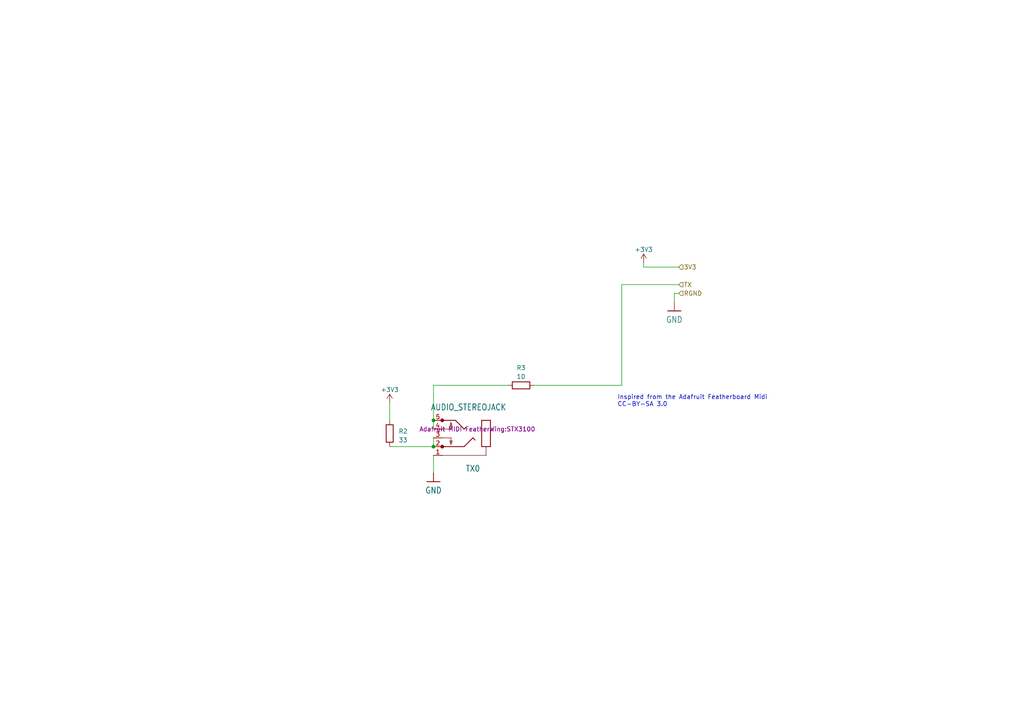
<source format=kicad_sch>
(kicad_sch (version 20230121) (generator eeschema)
  (paper "A4")
  (lib_symbols
    (symbol "Adafruit MIDI FeatherWing-eagle-import:AUDIO_STEREOJACK"
      (property "Reference" "X" (at -7.62 3.81 0))
      (property "Value" "AUDIO_STEREOJACK" (at -7.62 -10.16 0))
      (symbol "AUDIO_STEREOJACK_1_0"
        (circle (center -10.16 -5.08) (radius 0.127) (stroke (width 0.4064)))
        (circle (center -10.16 2.54) (radius 0.127) (stroke (width 0.4064)))
        (polyline (pts (xy -10.16 -5.08) (xy -3.81 -5.08)) (stroke (width 0.254)))
        (polyline (pts (xy -10.16 -2.54) (xy -7.62 -2.54)) (stroke (width 0.1524)))
        (polyline (pts (xy -10.16 0) (xy -7.62 0)) (stroke (width 0.1524)))
        (polyline (pts (xy -10.16 2.54) (xy -6.35 2.54)) (stroke (width 0.254)))
        (polyline (pts (xy -8.001 -3.429) (xy -7.239 -3.429)) (stroke (width 0.1524)))
        (polyline (pts (xy -8.001 0.762) (xy -7.239 0.762)) (stroke (width 0.1524)))
        (polyline (pts (xy -7.62 -4.445) (xy -8.001 -3.429)) (stroke (width 0.1524)))
        (polyline (pts (xy -7.62 -2.54) (xy -7.62 -4.445)) (stroke (width 0.1524)))
        (polyline (pts (xy -7.62 0) (xy -7.62 1.905)) (stroke (width 0.1524)))
        (polyline (pts (xy -7.62 1.905) (xy -8.001 0.762)) (stroke (width 0.1524)))
        (polyline (pts (xy -7.239 -3.429) (xy -7.62 -4.445)) (stroke (width 0.1524)))
        (polyline (pts (xy -7.239 0.762) (xy -7.62 1.905)) (stroke (width 0.1524)))
        (polyline (pts (xy -6.35 2.54) (xy -3.81 0)) (stroke (width 0.254)))
        (polyline (pts (xy -3.81 0) (xy -3.175 0.635)) (stroke (width 0.254)))
        (polyline (pts (xy -1.27 -2.54) (xy -3.81 -5.08)) (stroke (width 0.254)))
        (polyline (pts (xy -0.635 -3.175) (xy -1.27 -2.54)) (stroke (width 0.254)))
        (polyline (pts (xy 1.27 -5.08) (xy 1.27 2.54)) (stroke (width 0.254)))
        (polyline (pts (xy 1.27 -5.08) (xy 2.54 -5.08)) (stroke (width 0.254)))
        (polyline (pts (xy 1.27 2.54) (xy 3.81 2.54)) (stroke (width 0.254)))
        (polyline (pts (xy 2.54 -7.62) (xy -10.16 -7.62)) (stroke (width 0.1524)))
        (polyline (pts (xy 2.54 -5.08) (xy 2.54 -7.62)) (stroke (width 0.1524)))
        (polyline (pts (xy 2.54 -5.08) (xy 3.81 -5.08)) (stroke (width 0.254)))
        (polyline (pts (xy 3.81 -5.08) (xy 3.81 2.54)) (stroke (width 0.254)))
        (pin passive line (at -12.7 -7.62 0) (length 2.54) (name "1") (number "1"))
        (pin passive line (at -12.7 -5.08 0) (length 2.54) (name "2") (number "2"))
        (pin passive line (at -12.7 -2.54 0) (length 2.54) (name "3") (number "3"))
        (pin passive line (at -12.7 0 0) (length 2.54) (name "4") (number "4"))
        (pin passive line (at -12.7 2.54 0) (length 2.54) (name "5") (number "5"))
      )
    )
    (symbol "Adafruit MIDI FeatherWing-eagle-import:GND" (power)
      (property "Value" "GND" (at -2.54 -2.54 0))
      (symbol "GND_1_0"
        (polyline (pts (xy -1.905 0) (xy 1.905 0)) (stroke (width 0.254)))
        (pin power_in line (at 0 2.54 270) (length 2.54) (name "GND") (number "1"))
      )
    )
    (symbol "Device:R" (pin_numbers hide) (pin_names (offset 0))
      (property "Reference" "R" (at 2.032 0 90))
      (property "Value" "R" (at 0 0 90))
      (symbol "R_0_1"
        (rectangle (start -1.016 -2.54) (end 1.016 2.54) (stroke (width 0.254)))
      )
      (symbol "R_1_1"
        (pin passive line (at 0 3.81 270) (length 1.27) (name "~") (number "1"))
        (pin passive line (at 0 -3.81 90) (length 1.27) (name "~") (number "2"))
      )
    )
    (symbol "power:+3V3" (power) (pin_names (offset 0))
      (property "Value" "+3V3" (at 0 3.556 0))
      (symbol "+3V3_0_1"
        (polyline (pts (xy -0.762 1.27) (xy 0 2.54)))
        (polyline (pts (xy 0 0) (xy 0 2.54)))
        (polyline (pts (xy 0 2.54) (xy 0.762 1.27)))
      )
      (symbol "+3V3_1_1"
        (pin power_in line (at 0 0 90) (length 0) hide (name "+3V3") (number "1"))
      )
    )
  )
  (junction (at 125.73 121.92))
  (junction (at 125.73 129.54))
  (wire (pts (xy 113.03 116.84) (xy 113.03 121.92)))
  (wire (pts (xy 154.94 111.76) (xy 180.34 111.76)))
  (wire (pts (xy 186.69 77.47) (xy 196.85 77.47)))
  (wire (pts (xy 180.34 82.55) (xy 196.85 82.55)))
  (wire (pts (xy 125.73 111.76) (xy 125.73 121.92)))
  (wire (pts (xy 186.69 77.47) (xy 186.69 76.2)))
  (wire (pts (xy 113.03 129.54) (xy 125.73 129.54)))
  (wire (pts (xy 125.73 132.08) (xy 125.73 137.16)))
  (wire (pts (xy 195.58 87.63) (xy 195.58 85.09)))
  (wire (pts (xy 195.58 85.09) (xy 196.85 85.09)))
  (wire (pts (xy 125.73 121.92) (xy 125.73 124.46)))
  (wire (pts (xy 125.73 111.76) (xy 147.32 111.76)))
  (wire (pts (xy 180.34 82.55) (xy 180.34 111.76)))
  (wire (pts (xy 125.73 127) (xy 125.73 129.54)))
  (text "Inspired from the Adafruit Featherboard Midi\nCC-BY-SA 3.0\n" (at 179.07 118.11 0) (effects (font (size 1.27 1.27)) (justify left bottom)))
  (hierarchical_label "TX" (shape input) (at 196.85 82.55 0))
  (hierarchical_label "RGND" (shape input) (at 196.85 85.09 0))
  (hierarchical_label "3V3" (shape input) (at 196.85 77.47 0))
  (symbol (lib_id "Adafruit MIDI FeatherWing-eagle-import:AUDIO_STEREOJACK") (at 138.43 124.46 0) (unit 1)
    (property "Reference" "TX0" (at 137.16 135.89 0) (effects (font (size 1.778 1.5113))))
    (property "Value" "AUDIO_STEREOJACK" (at 135.89 118.11 0) (effects (font (size 1.778 1.5113))))
    (property "Footprint" "Adafruit MIDI FeatherWing:STX3100" (at 138.43 124.46 0))
    (instances (project "v05" (path "" (reference "TX0") (unit 1)) (path "" (reference "TX1") (unit 1)) (path "" (reference "TX2") (unit 1)) (path "" (reference "TX3") (unit 1)) (path "" (reference "TX4") (unit 1))) (project "midi_tx_board" (path "" (reference "TX1") (unit 1)) (path "" (reference "TX2") (unit 1)) (path "" (reference "TX3") (unit 1)) (path "" (reference "TX4") (unit 1)) (path "" (reference "TX5") (unit 1))) (project "v04" (path "" (reference "X2") (unit 1))))
  )
  (symbol (lib_id "Adafruit MIDI FeatherWing-eagle-import:GND") (at 195.58 90.17 0) (unit 1)
    (property "Reference" "#GND03" (effects hide))
    (property "Value" "GND" (at 195.58 92.71 0) (effects (font (size 1.778 1.5113))))
    (property "Footprint" "Adafruit MIDI FeatherWing:" (effects hide))
    (instances (project "midi_tx_board" (path "" (reference "#GND03") (unit 1)) (path "" (reference "#GND05") (unit 1)) (path "" (reference "#GND07") (unit 1)) (path "" (reference "#GND09") (unit 1)) (path "" (reference "#GND011") (unit 1))))
  )
  (symbol (lib_id "Device:R") (at 151.13 111.76 270) (unit 1)
    (property "Reference" "R3" (at 151.13 106.68 90))
    (property "Value" "10" (at 151.13 109.22 90))
    (property "Footprint" "Resistor_SMD:R_1206_3216Metric_Pad1.30x1.75mm_HandSolder" (effects hide))
    (instances (project "v05" (path "" (reference "R3") (unit 1)) (path "" (reference "R7") (unit 1)) (path "" (reference "R11") (unit 1)) (path "" (reference "R15") (unit 1)) (path "" (reference "R19") (unit 1))) (project "midi_tx_board" (path "" (reference "R2") (unit 1)) (path "" (reference "R4") (unit 1)) (path "" (reference "R6") (unit 1)) (path "" (reference "R8") (unit 1)) (path "" (reference "R10") (unit 1))) (project "v04" (path "" (reference "R4") (unit 1))))
  )
  (symbol (lib_id "Adafruit MIDI FeatherWing-eagle-import:GND") (at 125.73 139.7 0) (unit 1)
    (property "Reference" "#GND02" (effects hide))
    (property "Value" "GND" (at 125.73 142.24 0) (effects (font (size 1.778 1.5113))))
    (property "Footprint" "Adafruit MIDI FeatherWing:" (effects hide))
    (instances (project "midi_tx_board" (path "" (reference "#GND02") (unit 1)) (path "" (reference "#GND04") (unit 1)) (path "" (reference "#GND06") (unit 1)) (path "" (reference "#GND08") (unit 1)) (path "" (reference "#GND010") (unit 1))))
  )
  (symbol (lib_id "power:+3V3") (at 113.03 116.84 0) (unit 1)
    (property "Reference" "#PWR04" (effects hide))
    (property "Value" "+3V3" (at 113.03 113.03 0))
    (instances (project "v05" (path "" (reference "#PWR04") (unit 1)) (path "" (reference "#PWR011") (unit 1)) (path "" (reference "#PWR018") (unit 1)) (path "" (reference "#PWR025") (unit 1)) (path "" (reference "#PWR032") (unit 1))) (project "midi_tx_board" (path "" (reference "#PWR02") (unit 1)) (path "" (reference "#PWR04") (unit 1)) (path "" (reference "#PWR06") (unit 1)) (path "" (reference "#PWR08") (unit 1)) (path "" (reference "#PWR010") (unit 1))) (project "v04" (path "" (reference "#PWR07") (unit 1))))
  )
  (symbol (lib_id "Device:R") (at 113.03 125.73 180) (unit 1)
    (property "Reference" "R2" (at 115.57 125.095 0) (effects (justify right)))
    (property "Value" "33" (at 115.57 127.635 0) (effects (justify right)))
    (property "Footprint" "Resistor_SMD:R_1206_3216Metric_Pad1.30x1.75mm_HandSolder" (effects hide))
    (instances (project "v05" (path "" (reference "R2") (unit 1)) (path "" (reference "R6") (unit 1)) (path "" (reference "R10") (unit 1)) (path "" (reference "R14") (unit 1)) (path "" (reference "R18") (unit 1))) (project "midi_tx_board" (path "" (reference "R1") (unit 1)) (path "" (reference "R3") (unit 1)) (path "" (reference "R5") (unit 1)) (path "" (reference "R7") (unit 1)) (path "" (reference "R9") (unit 1))) (project "v04" (path "" (reference "R3") (unit 1))))
  )
  (symbol (lib_id "power:+3V3") (at 186.69 76.2 0) (unit 1)
    (property "Reference" "#PWR09" (effects hide))
    (property "Value" "+3V3" (at 186.69 72.39 0))
    (instances (project "v05" (path "" (reference "#PWR09") (unit 1)) (path "" (reference "#PWR016") (unit 1)) (path "" (reference "#PWR023") (unit 1)) (path "" (reference "#PWR030") (unit 1)) (path "" (reference "#PWR037") (unit 1))) (project "midi_tx_board" (path "" (reference "#PWR03") (unit 1)) (path "" (reference "#PWR05") (unit 1)) (path "" (reference "#PWR07") (unit 1)) (path "" (reference "#PWR09") (unit 1)) (path "" (reference "#PWR011") (unit 1))) (project "v04" (path "" (reference "#PWR01") (unit 1))))
  )
)
</source>
